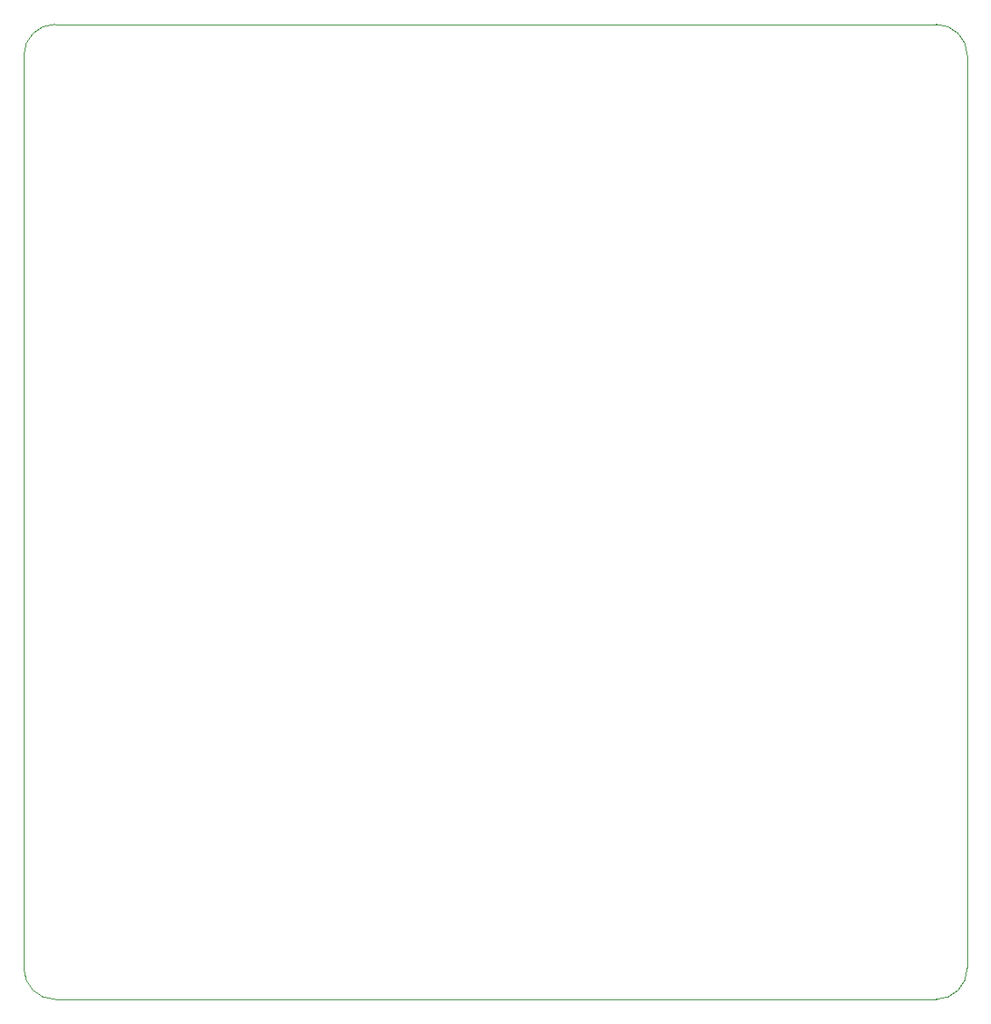
<source format=gbr>
%TF.GenerationSoftware,KiCad,Pcbnew,(5.1.5)-3*%
%TF.CreationDate,2021-01-11T01:20:26-06:00*%
%TF.ProjectId,BPS-Test,4250532d-5465-4737-942e-6b696361645f,rev?*%
%TF.SameCoordinates,Original*%
%TF.FileFunction,Profile,NP*%
%FSLAX46Y46*%
G04 Gerber Fmt 4.6, Leading zero omitted, Abs format (unit mm)*
G04 Created by KiCad (PCBNEW (5.1.5)-3) date 2021-01-11 01:20:26*
%MOMM*%
%LPD*%
G04 APERTURE LIST*
%TA.AperFunction,Profile*%
%ADD10C,0.050000*%
%TD*%
G04 APERTURE END LIST*
D10*
X106000000Y-138000000D02*
G75*
G02X103000000Y-135000000I0J3000000D01*
G01*
X194000000Y-135000000D02*
G75*
G02X191000000Y-138000000I-3000000J0D01*
G01*
X191000000Y-44000000D02*
G75*
G02X194000000Y-47000000I0J-3000000D01*
G01*
X103000000Y-47000000D02*
G75*
G02X106000000Y-44000000I3000000J0D01*
G01*
X103000000Y-47000000D02*
X103000000Y-135000000D01*
X191000000Y-44000000D02*
X106000000Y-44000000D01*
X194000000Y-135000000D02*
X194000000Y-47000000D01*
X106000000Y-138000000D02*
X191000000Y-138000000D01*
M02*

</source>
